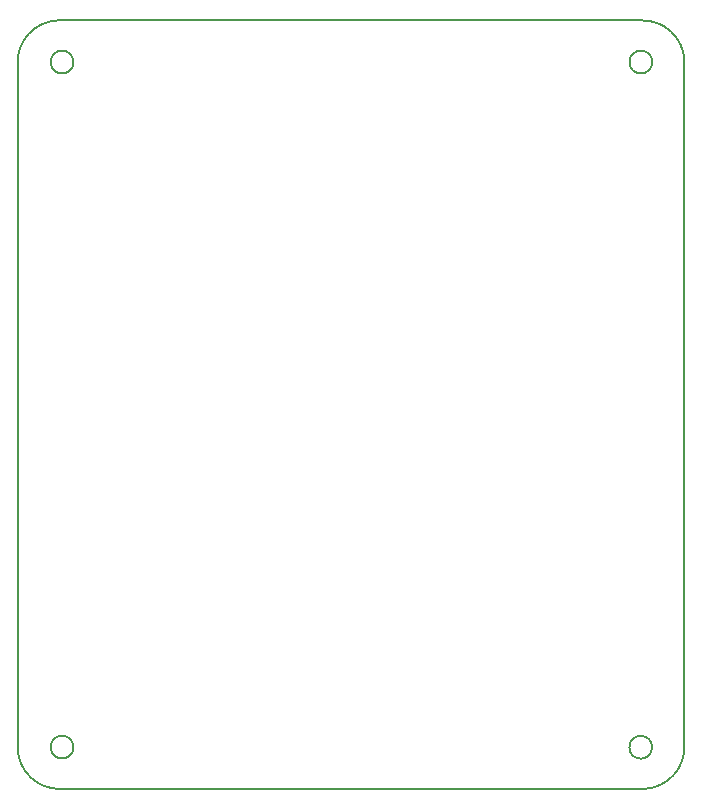
<source format=gm1>
G04 #@! TF.FileFunction,Profile,NP*
%FSLAX46Y46*%
G04 Gerber Fmt 4.6, Leading zero omitted, Abs format (unit mm)*
G04 Created by KiCad (PCBNEW 4.0.7) date 12/26/17 22:50:43*
%MOMM*%
%LPD*%
G01*
G04 APERTURE LIST*
%ADD10C,0.100000*%
%ADD11C,0.150000*%
G04 APERTURE END LIST*
D10*
D11*
X257606799Y-54914800D02*
G75*
G03X253938648Y-51548558I-3541151J-177058D01*
G01*
X204519002Y-51549301D02*
G75*
G03X201152760Y-55217452I177058J-3541151D01*
G01*
X201155301Y-113245900D02*
G75*
G03X204823452Y-116612142I3541151J177058D01*
G01*
X254240558Y-116609251D02*
G75*
G03X257606800Y-112941100I-177058J3541151D01*
G01*
X254873790Y-113093500D02*
G75*
G03X254873790Y-113093500I-962690J0D01*
G01*
X205877190Y-113080800D02*
G75*
G03X205877190Y-113080800I-962690J0D01*
G01*
X205877190Y-55079900D02*
G75*
G03X205877190Y-55079900I-962690J0D01*
G01*
X254886490Y-55079900D02*
G75*
G03X254886490Y-55079900I-962690J0D01*
G01*
X204823400Y-116609252D02*
X254240558Y-116609252D01*
X201152760Y-55217452D02*
X201152760Y-113245900D01*
X253938648Y-51549300D02*
X204519200Y-51549300D01*
X257606800Y-112941100D02*
X257606800Y-54914800D01*
M02*

</source>
